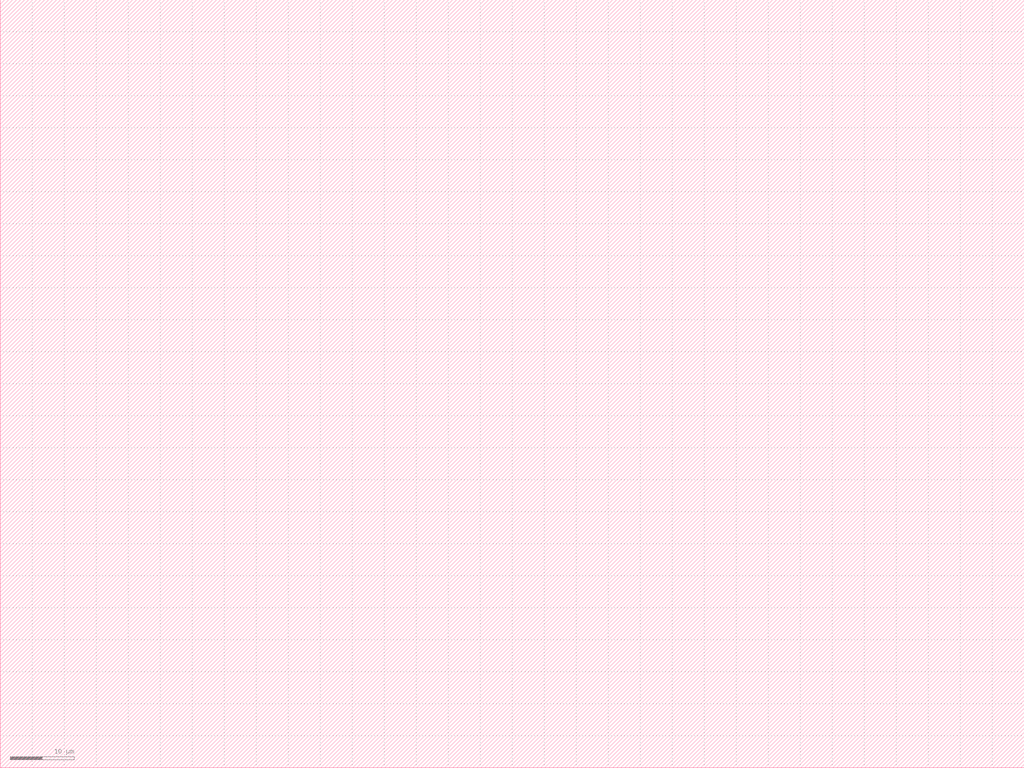
<source format=lef>
# LEF file generated for my_logo
VERSION 5.8 ;
NAMESCASESENSITIVE ON ;
DIVIDERCHAR "/" ;
BUSBITCHARS "[]" ;
UNITS
   DATABASE MICRONS 1000 ;
END UNITS

MACRO my_logo
   CLASS BLOCK ;
   FOREIGN my_logo 0 0 ;
   SIZE 160.000 BY 120.000 ;
   SYMMETRY X Y ;
END my_logo

</source>
